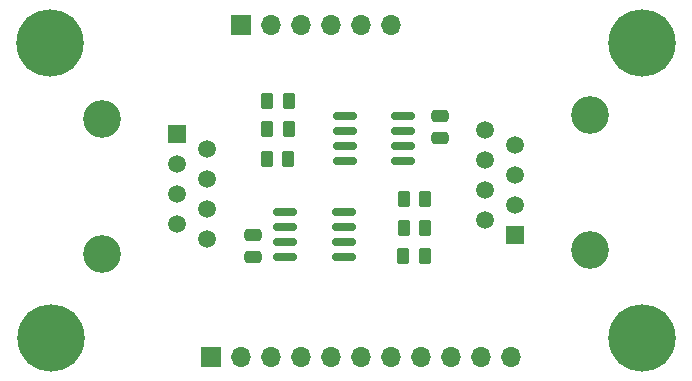
<source format=gbr>
%TF.GenerationSoftware,KiCad,Pcbnew,8.0.3*%
%TF.CreationDate,2024-06-22T22:44:29-05:00*%
%TF.ProjectId,RS485_breakout,52533438-355f-4627-9265-616b6f75742e,rev?*%
%TF.SameCoordinates,Original*%
%TF.FileFunction,Soldermask,Top*%
%TF.FilePolarity,Negative*%
%FSLAX46Y46*%
G04 Gerber Fmt 4.6, Leading zero omitted, Abs format (unit mm)*
G04 Created by KiCad (PCBNEW 8.0.3) date 2024-06-22 22:44:29*
%MOMM*%
%LPD*%
G01*
G04 APERTURE LIST*
G04 Aperture macros list*
%AMRoundRect*
0 Rectangle with rounded corners*
0 $1 Rounding radius*
0 $2 $3 $4 $5 $6 $7 $8 $9 X,Y pos of 4 corners*
0 Add a 4 corners polygon primitive as box body*
4,1,4,$2,$3,$4,$5,$6,$7,$8,$9,$2,$3,0*
0 Add four circle primitives for the rounded corners*
1,1,$1+$1,$2,$3*
1,1,$1+$1,$4,$5*
1,1,$1+$1,$6,$7*
1,1,$1+$1,$8,$9*
0 Add four rect primitives between the rounded corners*
20,1,$1+$1,$2,$3,$4,$5,0*
20,1,$1+$1,$4,$5,$6,$7,0*
20,1,$1+$1,$6,$7,$8,$9,0*
20,1,$1+$1,$8,$9,$2,$3,0*%
G04 Aperture macros list end*
%ADD10R,1.700000X1.700000*%
%ADD11O,1.700000X1.700000*%
%ADD12RoundRect,0.250000X-0.262500X-0.450000X0.262500X-0.450000X0.262500X0.450000X-0.262500X0.450000X0*%
%ADD13RoundRect,0.150000X-0.825000X-0.150000X0.825000X-0.150000X0.825000X0.150000X-0.825000X0.150000X0*%
%ADD14RoundRect,0.150000X0.825000X0.150000X-0.825000X0.150000X-0.825000X-0.150000X0.825000X-0.150000X0*%
%ADD15RoundRect,0.250000X-0.475000X0.250000X-0.475000X-0.250000X0.475000X-0.250000X0.475000X0.250000X0*%
%ADD16RoundRect,0.250000X0.475000X-0.250000X0.475000X0.250000X-0.475000X0.250000X-0.475000X-0.250000X0*%
%ADD17C,5.700000*%
%ADD18RoundRect,0.250000X0.262500X0.450000X-0.262500X0.450000X-0.262500X-0.450000X0.262500X-0.450000X0*%
%ADD19C,3.200000*%
%ADD20R,1.500000X1.500000*%
%ADD21C,1.500000*%
G04 APERTURE END LIST*
D10*
%TO.C,J2*%
X132080000Y-71000000D03*
D11*
X134620000Y-71000000D03*
X137160000Y-71000000D03*
X139700000Y-71000000D03*
X142240000Y-71000000D03*
X144780000Y-71000000D03*
%TD*%
D12*
%TO.C,R1*%
X134287500Y-77400000D03*
X136112500Y-77400000D03*
%TD*%
D13*
%TO.C,U2*%
X140825000Y-78695000D03*
X140825000Y-79965000D03*
X140825000Y-81235000D03*
X140825000Y-82505000D03*
X145775000Y-82505000D03*
X145775000Y-81235000D03*
X145775000Y-79965000D03*
X145775000Y-78695000D03*
%TD*%
D14*
%TO.C,U1*%
X140775000Y-90605000D03*
X140775000Y-89335000D03*
X140775000Y-88065000D03*
X140775000Y-86795000D03*
X135825000Y-86795000D03*
X135825000Y-88065000D03*
X135825000Y-89335000D03*
X135825000Y-90605000D03*
%TD*%
D10*
%TO.C,J3*%
X129540000Y-99060000D03*
D11*
X132080000Y-99060000D03*
X134620000Y-99060000D03*
X137160000Y-99060000D03*
X139700000Y-99060000D03*
X142240000Y-99060000D03*
X144780000Y-99060000D03*
X147320000Y-99060000D03*
X149860000Y-99060000D03*
X152400000Y-99060000D03*
X154940000Y-99060000D03*
%TD*%
D15*
%TO.C,C2*%
X148900000Y-78650000D03*
X148900000Y-80550000D03*
%TD*%
D12*
%TO.C,R2*%
X134287500Y-79800000D03*
X136112500Y-79800000D03*
%TD*%
D16*
%TO.C,C1*%
X133050000Y-90650000D03*
X133050000Y-88750000D03*
%TD*%
D17*
%TO.C,H1*%
X115900000Y-72500000D03*
%TD*%
D18*
%TO.C,R5*%
X147650000Y-88150000D03*
X145825000Y-88150000D03*
%TD*%
%TO.C,R4*%
X147600000Y-90550000D03*
X145775000Y-90550000D03*
%TD*%
%TO.C,R6*%
X147650000Y-85750000D03*
X145825000Y-85750000D03*
%TD*%
D19*
%TO.C,J1*%
X161600000Y-90002500D03*
X161600000Y-78572500D03*
D20*
X155250000Y-88732500D03*
D21*
X152710000Y-87462500D03*
X155250000Y-86192500D03*
X152710000Y-84922500D03*
X155250000Y-83652500D03*
X152710000Y-82382500D03*
X155250000Y-81112500D03*
X152710000Y-79842500D03*
%TD*%
D17*
%TO.C,H4*%
X166000000Y-97500000D03*
%TD*%
%TO.C,H2*%
X166000000Y-72500000D03*
%TD*%
D12*
%TO.C,R3*%
X134237500Y-82300000D03*
X136062500Y-82300000D03*
%TD*%
D17*
%TO.C,H3*%
X116000000Y-97500000D03*
%TD*%
D19*
%TO.C,J0*%
X120250000Y-78897500D03*
X120250000Y-90327500D03*
D20*
X126600000Y-80167500D03*
D21*
X129140000Y-81437500D03*
X126600000Y-82707500D03*
X129140000Y-83977500D03*
X126600000Y-85247500D03*
X129140000Y-86517500D03*
X126600000Y-87787500D03*
X129140000Y-89057500D03*
%TD*%
M02*

</source>
